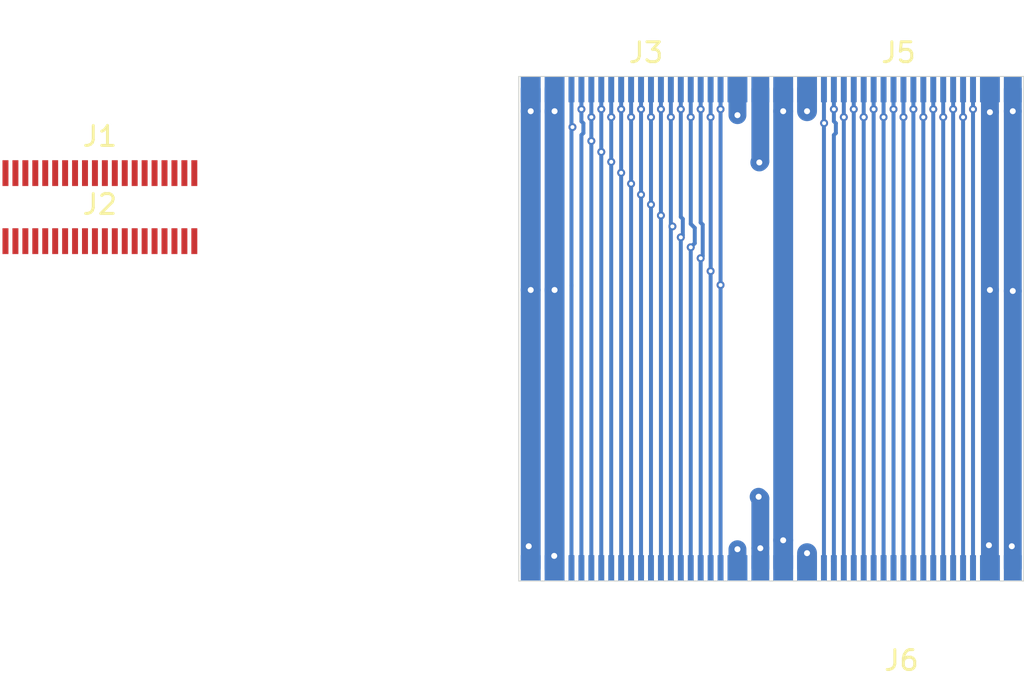
<source format=kicad_pcb>
(kicad_pcb (version 20241229) (generator "pcbnew") (generator_version "9.0")
  (layers (0 "F.Cu" signal) (4 "In1.Cu" signal) (6 "In2.Cu" signal) (2 "B.Cu" signal) (13 "F.Paste" user) (15 "B.Paste" user) (5 "F.SilkS" user "F.Silkscreen") (7 "B.SilkS" user "B.Silkscreen") (1 "F.Mask" user) (3 "B.Mask" user) (25 "Edge.Cuts" user))
  (net 0 "")
  (net 41 "GPIO_1")
  (net 42 "GND")
  (net 43 "5V0")
  (net 44 "I2C1_SCL")
  (net 45 "AUX_4")
  (net 46 "GPIO_3")
  (net 47 "SPI_SCK")
  (net 48 "SPI_MISO")
  (net 49 "GPIO_2")
  (net 50 "AUX_2")
  (net 51 "AUX_6")
  (net 52 "SPI_MOSI")
  (net 53 "GPIO_0")
  (net 54 "3V3")
  (net 55 "AUX_1")
  (net 56 "AUX_0")
  (net 57 "I2C1_SDA")
  (net 58 "AUX_3")
  (net 59 "AUX_5")
  (net 60 "SPI_CS0")
  (footprint "Library:ForgeLabs_Interconnect_WIIIIDE" (layer "F.Cu") (at 113.4 66.65)
    (property "Reference" "J3" (at 0 -2.85 180) (layer "F.SilkS"))
    (property "Value" "BOT1")
    (pad "1" smd rect (at -5.8 -1) (size 1 1.3) (layers "B.Cu" "B.Mask" "B.Paste") (net 42 "GND"))
    (pad "2" smd rect (at -4.6 -1) (size 1 1.3) (layers "B.Cu" "B.Mask" "B.Paste") (net 54 "3V3"))
    (pad "3" smd rect (at -3.75 -1) (size 0.3 1.3) (layers "B.Cu" "B.Mask" "B.Paste") (net 57 "I2C1_SDA"))
    (pad "4" smd rect (at -3.25 -1) (size 0.3 1.3) (layers "B.Cu" "B.Mask" "B.Paste") (net 44 "I2C1_SCL"))
    (pad "5" smd rect (at -2.75 -1) (size 0.3 1.3) (layers "B.Cu" "B.Mask" "B.Paste") (net 53 "GPIO_0"))
    (pad "6" smd rect (at -2.25 -1) (size 0.3 1.3) (layers "B.Cu" "B.Mask" "B.Paste") (net 41 "GPIO_1"))
    (pad "7" smd rect (at -1.75 -1) (size 0.3 1.3) (layers "B.Cu" "B.Mask" "B.Paste") (net 49 "GPIO_2"))
    (pad "8" smd rect (at -1.25 -1) (size 0.3 1.3) (layers "B.Cu" "B.Mask" "B.Paste") (net 46 "GPIO_3"))
    (pad "9" smd rect (at -0.75 -1) (size 0.3 1.3) (layers "B.Cu" "B.Mask" "B.Paste") (net 43 "5V0"))
    (pad "10" smd rect (at -0.25 -1) (size 0.3 1.3) (layers "B.Cu" "B.Mask" "B.Paste") (net 52 "SPI_MOSI"))
    (pad "11" smd rect (at 0.25 -1) (size 0.3 1.3) (layers "B.Cu" "B.Mask" "B.Paste") (net 48 "SPI_MISO"))
    (pad "12" smd rect (at 0.75 -1) (size 0.3 1.3) (layers "B.Cu" "B.Mask" "B.Paste") (net 47 "SPI_SCK"))
    (pad "13" smd rect (at 1.25 -1) (size 0.3 1.3) (layers "B.Cu" "B.Mask" "B.Paste") (net 60 "SPI_CS0"))
    (pad "14" smd rect (at 1.75 -1) (size 0.3 1.3) (layers "B.Cu" "B.Mask" "B.Paste") (net 56 "AUX_0"))
    (pad "15" smd rect (at 2.25 -1) (size 0.3 1.3) (layers "B.Cu" "B.Mask" "B.Paste") (net 55 "AUX_1"))
    (pad "16" smd rect (at 2.75 -1) (size 0.3 1.3) (layers "B.Cu" "B.Mask" "B.Paste") (net 50 "AUX_2"))
    (pad "17" smd rect (at 3.25 -1) (size 0.3 1.3) (layers "B.Cu" "B.Mask" "B.Paste") (net 58 "AUX_3"))
    (pad "18" smd rect (at 3.75 -1) (size 0.3 1.3) (layers "B.Cu" "B.Mask" "B.Paste") (net 45 "AUX_4"))
    (pad "19" smd rect (at 4.6 -1) (size 1 1.3) (layers "B.Cu" "B.Mask" "B.Paste") (net 59 "AUX_5"))
    (pad "20" smd rect (at 5.75 -1) (size 0.9 1.3) (layers "B.Cu" "B.Mask" "B.Paste") (net 51 "AUX_6"))
  )
  (footprint "Library:ForgeLabs_Interconnect_WIIIIDE" (layer "F.Cu") (at 113.4 90.75)
    (property "Reference" "J4" (hide yes))
    (property "Value" "BOT1" (hide yes))
    (pad "1" smd rect (at -5.8 -1) (size 1 1.3) (layers "B.Cu" "B.Mask" "B.Paste") (net 42 "GND"))
    (pad "2" smd rect (at -4.6 -1) (size 1 1.3) (layers "B.Cu" "B.Mask" "B.Paste") (net 54 "3V3"))
    (pad "3" smd rect (at -3.75 -1) (size 0.3 1.3) (layers "B.Cu" "B.Mask" "B.Paste") (net 57 "I2C1_SDA"))
    (pad "4" smd rect (at -3.25 -1) (size 0.3 1.3) (layers "B.Cu" "B.Mask" "B.Paste") (net 44 "I2C1_SCL"))
    (pad "5" smd rect (at -2.75 -1) (size 0.3 1.3) (layers "B.Cu" "B.Mask" "B.Paste") (net 53 "GPIO_0"))
    (pad "6" smd rect (at -2.25 -1) (size 0.3 1.3) (layers "B.Cu" "B.Mask" "B.Paste") (net 41 "GPIO_1"))
    (pad "7" smd rect (at -1.75 -1) (size 0.3 1.3) (layers "B.Cu" "B.Mask" "B.Paste") (net 49 "GPIO_2"))
    (pad "8" smd rect (at -1.25 -1) (size 0.3 1.3) (layers "B.Cu" "B.Mask" "B.Paste") (net 46 "GPIO_3"))
    (pad "9" smd rect (at -0.75 -1) (size 0.3 1.3) (layers "B.Cu" "B.Mask" "B.Paste") (net 43 "5V0"))
    (pad "10" smd rect (at -0.25 -1) (size 0.3 1.3) (layers "B.Cu" "B.Mask" "B.Paste") (net 52 "SPI_MOSI"))
    (pad "11" smd rect (at 0.25 -1) (size 0.3 1.3) (layers "B.Cu" "B.Mask" "B.Paste") (net 48 "SPI_MISO"))
    (pad "12" smd rect (at 0.75 -1) (size 0.3 1.3) (layers "B.Cu" "B.Mask" "B.Paste") (net 47 "SPI_SCK"))
    (pad "13" smd rect (at 1.25 -1) (size 0.3 1.3) (layers "B.Cu" "B.Mask" "B.Paste") (net 60 "SPI_CS0"))
    (pad "14" smd rect (at 1.75 -1) (size 0.3 1.3) (layers "B.Cu" "B.Mask" "B.Paste") (net 56 "AUX_0"))
    (pad "15" smd rect (at 2.25 -1) (size 0.3 1.3) (layers "B.Cu" "B.Mask" "B.Paste") (net 55 "AUX_1"))
    (pad "16" smd rect (at 2.75 -1) (size 0.3 1.3) (layers "B.Cu" "B.Mask" "B.Paste") (net 50 "AUX_2"))
    (pad "17" smd rect (at 3.25 -1) (size 0.3 1.3) (layers "B.Cu" "B.Mask" "B.Paste") (net 58 "AUX_3"))
    (pad "18" smd rect (at 3.75 -1) (size 0.3 1.3) (layers "B.Cu" "B.Mask" "B.Paste") (net 45 "AUX_4"))
    (pad "19" smd rect (at 4.6 -1) (size 1 1.3) (layers "B.Cu" "B.Mask" "B.Paste") (net 59 "AUX_5"))
    (pad "20" smd rect (at 5.75 -1) (size 0.9 1.3) (layers "B.Cu" "B.Mask" "B.Paste") (net 51 "AUX_6"))
  )
  (footprint "Library:ForgeLabs_Interconnect_TOP" (layer "F.Cu") (at 85.928 70.866)
    (property "Reference" "J1" (at 0 -2.85 180) (layer "F.SilkS"))
    (property "Value" "TOP1")
    (pad "1" smd rect (at -4.75 -1) (size 0.3 1.3) (layers "F.Cu" "F.Mask" "F.Paste"))
    (pad "2" smd rect (at -4.25 -1) (size 0.3 1.3) (layers "F.Cu" "F.Mask" "F.Paste"))
    (pad "3" smd rect (at -3.75 -1) (size 0.3 1.3) (layers "F.Cu" "F.Mask" "F.Paste"))
    (pad "4" smd rect (at -3.25 -1) (size 0.3 1.3) (layers "F.Cu" "F.Mask" "F.Paste"))
    (pad "5" smd rect (at -2.75 -1) (size 0.3 1.3) (layers "F.Cu" "F.Mask" "F.Paste"))
    (pad "6" smd rect (at -2.25 -1) (size 0.3 1.3) (layers "F.Cu" "F.Mask" "F.Paste"))
    (pad "7" smd rect (at -1.75 -1) (size 0.3 1.3) (layers "F.Cu" "F.Mask" "F.Paste"))
    (pad "8" smd rect (at -1.25 -1) (size 0.3 1.3) (layers "F.Cu" "F.Mask" "F.Paste"))
    (pad "9" smd rect (at -0.75 -1) (size 0.3 1.3) (layers "F.Cu" "F.Mask" "F.Paste"))
    (pad "10" smd rect (at -0.25 -1) (size 0.3 1.3) (layers "F.Cu" "F.Mask" "F.Paste"))
    (pad "11" smd rect (at 0.25 -1) (size 0.3 1.3) (layers "F.Cu" "F.Mask" "F.Paste"))
    (pad "12" smd rect (at 0.75 -1) (size 0.3 1.3) (layers "F.Cu" "F.Mask" "F.Paste"))
    (pad "13" smd rect (at 1.25 -1) (size 0.3 1.3) (layers "F.Cu" "F.Mask" "F.Paste"))
    (pad "14" smd rect (at 1.75 -1) (size 0.3 1.3) (layers "F.Cu" "F.Mask" "F.Paste"))
    (pad "15" smd rect (at 2.25 -1) (size 0.3 1.3) (layers "F.Cu" "F.Mask" "F.Paste"))
    (pad "16" smd rect (at 2.75 -1) (size 0.3 1.3) (layers "F.Cu" "F.Mask" "F.Paste"))
    (pad "17" smd rect (at 3.25 -1) (size 0.3 1.3) (layers "F.Cu" "F.Mask" "F.Paste"))
    (pad "18" smd rect (at 3.75 -1) (size 0.3 1.3) (layers "F.Cu" "F.Mask" "F.Paste"))
    (pad "19" smd rect (at 4.25 -1) (size 0.3 1.3) (layers "F.Cu" "F.Mask" "F.Paste"))
    (pad "20" smd rect (at 4.75 -1) (size 0.3 1.3) (layers "F.Cu" "F.Mask" "F.Paste"))
  )
  (footprint "Library:ForgeLabs_Interconnect_TOP" (layer "F.Cu") (at 85.928 74.291)
    (property "Reference" "J2" (at 0 -2.85 180) (layer "F.SilkS"))
    (property "Value" "TOP2")
    (pad "1" smd rect (at -4.75 -1) (size 0.3 1.3) (layers "F.Cu" "F.Mask" "F.Paste"))
    (pad "2" smd rect (at -4.25 -1) (size 0.3 1.3) (layers "F.Cu" "F.Mask" "F.Paste"))
    (pad "3" smd rect (at -3.75 -1) (size 0.3 1.3) (layers "F.Cu" "F.Mask" "F.Paste"))
    (pad "4" smd rect (at -3.25 -1) (size 0.3 1.3) (layers "F.Cu" "F.Mask" "F.Paste"))
    (pad "5" smd rect (at -2.75 -1) (size 0.3 1.3) (layers "F.Cu" "F.Mask" "F.Paste"))
    (pad "6" smd rect (at -2.25 -1) (size 0.3 1.3) (layers "F.Cu" "F.Mask" "F.Paste"))
    (pad "7" smd rect (at -1.75 -1) (size 0.3 1.3) (layers "F.Cu" "F.Mask" "F.Paste"))
    (pad "8" smd rect (at -1.25 -1) (size 0.3 1.3) (layers "F.Cu" "F.Mask" "F.Paste"))
    (pad "9" smd rect (at -0.75 -1) (size 0.3 1.3) (layers "F.Cu" "F.Mask" "F.Paste"))
    (pad "10" smd rect (at -0.25 -1) (size 0.3 1.3) (layers "F.Cu" "F.Mask" "F.Paste"))
    (pad "11" smd rect (at 0.25 -1) (size 0.3 1.3) (layers "F.Cu" "F.Mask" "F.Paste"))
    (pad "12" smd rect (at 0.75 -1) (size 0.3 1.3) (layers "F.Cu" "F.Mask" "F.Paste"))
    (pad "13" smd rect (at 1.25 -1) (size 0.3 1.3) (layers "F.Cu" "F.Mask" "F.Paste"))
    (pad "14" smd rect (at 1.75 -1) (size 0.3 1.3) (layers "F.Cu" "F.Mask" "F.Paste"))
    (pad "15" smd rect (at 2.25 -1) (size 0.3 1.3) (layers "F.Cu" "F.Mask" "F.Paste"))
    (pad "16" smd rect (at 2.75 -1) (size 0.3 1.3) (layers "F.Cu" "F.Mask" "F.Paste"))
    (pad "17" smd rect (at 3.25 -1) (size 0.3 1.3) (layers "F.Cu" "F.Mask" "F.Paste"))
    (pad "18" smd rect (at 3.75 -1) (size 0.3 1.3) (layers "F.Cu" "F.Mask" "F.Paste"))
    (pad "19" smd rect (at 4.25 -1) (size 0.3 1.3) (layers "F.Cu" "F.Mask" "F.Paste"))
    (pad "20" smd rect (at 4.75 -1) (size 0.3 1.3) (layers "F.Cu" "F.Mask" "F.Paste"))
  )
  (footprint "Library:ForgeLabs_Interconnect_WIIIIDE" (layer "F.Cu") (at 126.1 90.75)
    (property "Reference" "J6" (at 0.15 3.65 180) (layer "F.SilkS"))
    (property "Value" "BOT1")
    (pad "1" smd rect (at -5.8 -1) (size 1 1.3) (layers "B.Cu" "B.Mask" "B.Paste") (net 42 "GND"))
    (pad "2" smd rect (at -4.6 -1) (size 1 1.3) (layers "B.Cu" "B.Mask" "B.Paste") (net 54 "3V3"))
    (pad "3" smd rect (at -3.75 -1) (size 0.3 1.3) (layers "B.Cu" "B.Mask" "B.Paste") (net 57 "I2C1_SDA"))
    (pad "4" smd rect (at -3.25 -1) (size 0.3 1.3) (layers "B.Cu" "B.Mask" "B.Paste") (net 44 "I2C1_SCL"))
    (pad "5" smd rect (at -2.75 -1) (size 0.3 1.3) (layers "B.Cu" "B.Mask" "B.Paste") (net 53 "GPIO_0"))
    (pad "6" smd rect (at -2.25 -1) (size 0.3 1.3) (layers "B.Cu" "B.Mask" "B.Paste") (net 41 "GPIO_1"))
    (pad "7" smd rect (at -1.75 -1) (size 0.3 1.3) (layers "B.Cu" "B.Mask" "B.Paste") (net 49 "GPIO_2"))
    (pad "8" smd rect (at -1.25 -1) (size 0.3 1.3) (layers "B.Cu" "B.Mask" "B.Paste") (net 46 "GPIO_3"))
    (pad "9" smd rect (at -0.75 -1) (size 0.3 1.3) (layers "B.Cu" "B.Mask" "B.Paste") (net 43 "5V0"))
    (pad "10" smd rect (at -0.25 -1) (size 0.3 1.3) (layers "B.Cu" "B.Mask" "B.Paste") (net 52 "SPI_MOSI"))
    (pad "11" smd rect (at 0.25 -1) (size 0.3 1.3) (layers "B.Cu" "B.Mask" "B.Paste") (net 48 "SPI_MISO"))
    (pad "12" smd rect (at 0.75 -1) (size 0.3 1.3) (layers "B.Cu" "B.Mask" "B.Paste") (net 47 "SPI_SCK"))
    (pad "13" smd rect (at 1.25 -1) (size 0.3 1.3) (layers "B.Cu" "B.Mask" "B.Paste") (net 60 "SPI_CS0"))
    (pad "14" smd rect (at 1.75 -1) (size 0.3 1.3) (layers "B.Cu" "B.Mask" "B.Paste") (net 56 "AUX_0"))
    (pad "15" smd rect (at 2.25 -1) (size 0.3 1.3) (layers "B.Cu" "B.Mask" "B.Paste") (net 55 "AUX_1"))
    (pad "16" smd rect (at 2.75 -1) (size 0.3 1.3) (layers "B.Cu" "B.Mask" "B.Paste") (net 50 "AUX_2"))
    (pad "17" smd rect (at 3.25 -1) (size 0.3 1.3) (layers "B.Cu" "B.Mask" "B.Paste") (net 58 "AUX_3"))
    (pad "18" smd rect (at 3.75 -1) (size 0.3 1.3) (layers "B.Cu" "B.Mask" "B.Paste") (net 45 "AUX_4"))
    (pad "19" smd rect (at 4.6 -1) (size 1 1.3) (layers "B.Cu" "B.Mask" "B.Paste") (net 59 "AUX_5"))
    (pad "20" smd rect (at 5.75 -1) (size 0.9 1.3) (layers "B.Cu" "B.Mask" "B.Paste") (net 51 "AUX_6"))
  )
  (footprint "Library:ForgeLabs_Interconnect_WIIIIDE" (layer "F.Cu") (at 126.1 66.65)
    (property "Reference" "J5" (at 0 -2.85 180) (layer "F.SilkS"))
    (property "Value" "BOT1")
    (pad "1" smd rect (at -5.8 -1) (size 1 1.3) (layers "B.Cu" "B.Mask" "B.Paste") (net 42 "GND"))
    (pad "2" smd rect (at -4.6 -1) (size 1 1.3) (layers "B.Cu" "B.Mask" "B.Paste") (net 54 "3V3"))
    (pad "3" smd rect (at -3.75 -1) (size 0.3 1.3) (layers "B.Cu" "B.Mask" "B.Paste") (net 57 "I2C1_SDA"))
    (pad "4" smd rect (at -3.25 -1) (size 0.3 1.3) (layers "B.Cu" "B.Mask" "B.Paste") (net 44 "I2C1_SCL"))
    (pad "5" smd rect (at -2.75 -1) (size 0.3 1.3) (layers "B.Cu" "B.Mask" "B.Paste") (net 53 "GPIO_0"))
    (pad "6" smd rect (at -2.25 -1) (size 0.3 1.3) (layers "B.Cu" "B.Mask" "B.Paste") (net 41 "GPIO_1"))
    (pad "7" smd rect (at -1.75 -1) (size 0.3 1.3) (layers "B.Cu" "B.Mask" "B.Paste") (net 49 "GPIO_2"))
    (pad "8" smd rect (at -1.25 -1) (size 0.3 1.3) (layers "B.Cu" "B.Mask" "B.Paste") (net 46 "GPIO_3"))
    (pad "9" smd rect (at -0.75 -1) (size 0.3 1.3) (layers "B.Cu" "B.Mask" "B.Paste") (net 43 "5V0"))
    (pad "10" smd rect (at -0.25 -1) (size 0.3 1.3) (layers "B.Cu" "B.Mask" "B.Paste") (net 52 "SPI_MOSI"))
    (pad "11" smd rect (at 0.25 -1) (size 0.3 1.3) (layers "B.Cu" "B.Mask" "B.Paste") (net 48 "SPI_MISO"))
    (pad "12" smd rect (at 0.75 -1) (size 0.3 1.3) (layers "B.Cu" "B.Mask" "B.Paste") (net 47 "SPI_SCK"))
    (pad "13" smd rect (at 1.25 -1) (size 0.3 1.3) (layers "B.Cu" "B.Mask" "B.Paste") (net 60 "SPI_CS0"))
    (pad "14" smd rect (at 1.75 -1) (size 0.3 1.3) (layers "B.Cu" "B.Mask" "B.Paste") (net 56 "AUX_0"))
    (pad "15" smd rect (at 2.25 -1) (size 0.3 1.3) (layers "B.Cu" "B.Mask" "B.Paste") (net 55 "AUX_1"))
    (pad "16" smd rect (at 2.75 -1) (size 0.3 1.3) (layers "B.Cu" "B.Mask" "B.Paste") (net 50 "AUX_2"))
    (pad "17" smd rect (at 3.25 -1) (size 0.3 1.3) (layers "B.Cu" "B.Mask" "B.Paste") (net 58 "AUX_3"))
    (pad "18" smd rect (at 3.75 -1) (size 0.3 1.3) (layers "B.Cu" "B.Mask" "B.Paste") (net 45 "AUX_4"))
    (pad "19" smd rect (at 4.6 -1) (size 1 1.3) (layers "B.Cu" "B.Mask" "B.Paste") (net 59 "AUX_5"))
    (pad "20" smd rect (at 5.75 -1) (size 0.9 1.3) (layers "B.Cu" "B.Mask" "B.Paste") (net 51 "AUX_6"))
  )
  (gr_line (start 107 65) (end 132.4 65) (stroke (width 0.05)) (layer "Edge.Cuts"))
  (gr_line (start 107 90.4) (end 107 65) (stroke (width 0.05)) (layer "Edge.Cuts"))
  (gr_line (start 107 90.4) (end 132.4 90.4) (stroke (width 0.05)) (layer "Edge.Cuts"))
  (gr_line (start 132.4 90.4) (end 132.4 65) (stroke (width 0.05)) (layer "Edge.Cuts"))
  (via (at 111.15 66.65) (size 0.4) (drill 0.2) (layers "F.Cu" "B.Cu") (net 41))
  (via (at 111.15 68.8) (size 0.4) (drill 0.2) (layers "F.Cu" "B.Cu") (net 41))
  (via (at 123.85 66.65) (size 0.4) (drill 0.2) (layers "F.Cu" "B.Cu") (net 41))
  (segment (start 123.85 89.75) (end 123.85 66.65) (width 0.2) (layer "B.Cu") (net 41))
  (segment (start 111.15 89.75) (end 111.15 68.8) (width 0.2) (layer "B.Cu") (net 41))
  (segment (start 111.15 68.8) (end 111.15 66.65) (width 0.2) (layer "B.Cu") (net 41))
  (segment (start 111.15 66.65) (end 111.15 65.65) (width 0.2) (layer "B.Cu") (net 41))
  (segment (start 123.85 66.65) (end 123.85 65.65) (width 0.2) (layer "B.Cu") (net 41))
  (via (at 107.6 66.75) (size 0.6) (drill 0.3) (layers "F.Cu" "B.Cu") (net 42))
  (via (at 120.3 66.75) (size 0.6) (drill 0.3) (layers "F.Cu" "B.Cu") (net 42))
  (via (at 107.5 88.65) (size 0.6) (drill 0.3) (layers "F.Cu" "B.Cu") (net 42))
  (via (at 107.6 75.75) (size 0.6) (drill 0.3) (layers "F.Cu" "B.Cu") (net 42))
  (via (at 120.3 88.35) (size 0.6) (drill 0.3) (layers "F.Cu" "B.Cu") (net 42))
  (segment (start 120.3 88.35) (end 120.3 89.75) (width 1) (layer "B.Cu") (net 42))
  (segment (start 120.3 65.65) (end 120.3 66.75) (width 1) (layer "B.Cu") (net 42))
  (segment (start 107.6 66.75) (end 107.6 75.75) (width 1) (layer "B.Cu") (net 42))
  (segment (start 120.3 66.75) (end 120.3 88.35) (width 1) (layer "B.Cu") (net 42))
  (segment (start 107.6 89.75) (end 107.6 75.75) (width 1) (layer "B.Cu") (net 42))
  (segment (start 107.6 65.65) (end 107.6 66.75) (width 1) (layer "B.Cu") (net 42))
  (via (at 112.65 70.4) (size 0.4) (drill 0.2) (layers "F.Cu" "B.Cu") (net 43))
  (via (at 125.35 67.05) (size 0.4) (drill 0.2) (layers "F.Cu" "B.Cu") (net 43))
  (via (at 112.65 67.05) (size 0.4) (drill 0.2) (layers "F.Cu" "B.Cu") (net 43))
  (segment (start 125.35 67.05) (end 125.35 65.65) (width 0.2) (layer "B.Cu") (net 43))
  (segment (start 112.65 67.05) (end 112.65 70.4) (width 0.2) (layer "B.Cu") (net 43))
  (segment (start 125.35 89.75) (end 125.35 67.05) (width 0.2) (layer "B.Cu") (net 43))
  (segment (start 112.65 67.05) (end 112.65 65.65) (width 0.2) (layer "B.Cu") (net 43))
  (segment (start 112.65 70.4) (end 112.65 89.75) (width 0.2) (layer "B.Cu") (net 43))
  (via (at 122.85 66.65) (size 0.4) (drill 0.2) (layers "F.Cu" "B.Cu") (net 44))
  (via (at 110.15 66.65) (size 0.4) (drill 0.2) (layers "F.Cu" "B.Cu") (net 44))
  (segment (start 122.85 67.95) (end 122.85 89.75) (width 0.2) (layer "B.Cu") (net 44))
  (segment (start 110.15 66.65) (end 110.15 65.65) (width 0.2) (layer "B.Cu") (net 44))
  (segment (start 122.95 67.85) (end 122.85 67.95) (width 0.2) (layer "B.Cu") (net 44))
  (segment (start 110.15 89.75) (end 110.15 89.45) (width 0.2) (layer "B.Cu") (net 44))
  (segment (start 122.95 67.357107) (end 122.95 67.85) (width 0.2) (layer "B.Cu") (net 44))
  (segment (start 110.25 67.85) (end 110.15 67.95) (width 0.2) (layer "B.Cu") (net 44))
  (segment (start 122.85 67.257107) (end 122.95 67.357107) (width 0.2) (layer "B.Cu") (net 44))
  (segment (start 110.15 67.95) (end 110.15 89.75) (width 0.2) (layer "B.Cu") (net 44))
  (segment (start 122.85 66.65) (end 122.85 65.65) (width 0.2) (layer "B.Cu") (net 44))
  (segment (start 110.25 67.357107) (end 110.25 67.85) (width 0.2) (layer "B.Cu") (net 44))
  (segment (start 122.85 89.45) (end 122.8 89.4) (width 0.2) (layer "B.Cu") (net 44))
  (segment (start 110.15 89.45) (end 110.1 89.4) (width 0.2) (layer "B.Cu") (net 44))
  (segment (start 110.15 67.257107) (end 110.25 67.357107) (width 0.2) (layer "B.Cu") (net 44))
  (segment (start 122.85 66.65) (end 122.85 67.257107) (width 0.2) (layer "B.Cu") (net 44))
  (segment (start 110.15 66.65) (end 110.15 67.257107) (width 0.2) (layer "B.Cu") (net 44))
  (segment (start 122.85 89.75) (end 122.85 89.45) (width 0.2) (layer "B.Cu") (net 44))
  (via (at 129.85 66.65) (size 0.4) (drill 0.2) (layers "F.Cu" "B.Cu") (net 45))
  (via (at 117.15 66.65) (size 0.4) (drill 0.2) (layers "F.Cu" "B.Cu") (net 45))
  (via (at 117.15 75.5) (size 0.4) (drill 0.2) (layers "F.Cu" "B.Cu") (net 45))
  (segment (start 117.15 66.65) (end 117.15 75.5) (width 0.2) (layer "B.Cu") (net 45))
  (segment (start 129.85 65.65) (end 129.85 66.65) (width 0.2) (layer "B.Cu") (net 45))
  (segment (start 117.15 65.65) (end 117.15 66.65) (width 0.2) (layer "B.Cu") (net 45))
  (segment (start 129.85 89.75) (end 129.85 66.65) (width 0.2) (layer "B.Cu") (net 45))
  (segment (start 117.15 75.5) (end 117.15 89.75) (width 0.2) (layer "B.Cu") (net 45))
  (via (at 124.85 66.65) (size 0.4) (drill 0.2) (layers "F.Cu" "B.Cu") (net 46))
  (via (at 112.15 69.85) (size 0.4) (drill 0.2) (layers "F.Cu" "B.Cu") (net 46))
  (via (at 112.15 66.65) (size 0.4) (drill 0.2) (layers "F.Cu" "B.Cu") (net 46))
  (segment (start 112.15 69.85) (end 112.15 89.75) (width 0.2) (layer "B.Cu") (net 46))
  (segment (start 112.15 66.65) (end 112.15 69.85) (width 0.2) (layer "B.Cu") (net 46))
  (segment (start 124.85 89.75) (end 124.85 66.65) (width 0.2) (layer "B.Cu") (net 46))
  (segment (start 124.85 66.65) (end 124.85 65.65) (width 0.2) (layer "B.Cu") (net 46))
  (segment (start 112.15 66.65) (end 112.15 65.65) (width 0.2) (layer "B.Cu") (net 46))
  (via (at 126.85 66.65) (size 0.4) (drill 0.2) (layers "F.Cu" "B.Cu") (net 47))
  (via (at 114.15 66.65) (size 0.4) (drill 0.2) (layers "F.Cu" "B.Cu") (net 47))
  (via (at 114.15 72) (size 0.4) (drill 0.2) (layers "F.Cu" "B.Cu") (net 47))
  (segment (start 114.15 66.65) (end 114.15 72) (width 0.2) (layer "B.Cu") (net 47))
  (segment (start 126.85 65.65) (end 126.85 66.65) (width 0.2) (layer "B.Cu") (net 47))
  (segment (start 114.15 65.65) (end 114.15 66.65) (width 0.2) (layer "B.Cu") (net 47))
  (segment (start 114.15 72) (end 114.15 89.75) (width 0.2) (layer "B.Cu") (net 47))
  (segment (start 126.85 89.75) (end 126.85 66.65) (width 0.2) (layer "B.Cu") (net 47))
  (via (at 126.35 67.05) (size 0.4) (drill 0.2) (layers "F.Cu" "B.Cu") (net 48))
  (via (at 113.65 71.45) (size 0.4) (drill 0.2) (layers "F.Cu" "B.Cu") (net 48))
  (via (at 113.65 67.05) (size 0.4) (drill 0.2) (layers "F.Cu" "B.Cu") (net 48))
  (segment (start 113.65 67.05) (end 113.65 65.65) (width 0.2) (layer "B.Cu") (net 48))
  (segment (start 126.35 67.05) (end 126.35 65.65) (width 0.2) (layer "B.Cu") (net 48))
  (segment (start 126.35 89.75) (end 126.35 67.05) (width 0.2) (layer "B.Cu") (net 48))
  (segment (start 113.65 71.45) (end 113.65 67.05) (width 0.2) (layer "B.Cu") (net 48))
  (segment (start 113.65 89.75) (end 113.65 71.45) (width 0.2) (layer "B.Cu") (net 48))
  (via (at 111.65 67.05) (size 0.4) (drill 0.2) (layers "F.Cu" "B.Cu") (net 49))
  (via (at 124.35 67.05) (size 0.4) (drill 0.2) (layers "F.Cu" "B.Cu") (net 49))
  (via (at 124.35 67.05) (size 0.4) (drill 0.2) (layers "F.Cu" "B.Cu") (net 49))
  (via (at 111.65 67.05) (size 0.4) (drill 0.2) (layers "F.Cu" "B.Cu") (net 49))
  (via (at 111.65 69.3) (size 0.4) (drill 0.2) (layers "F.Cu" "B.Cu") (net 49))
  (segment (start 124.35 89.75) (end 124.35 67.05) (width 0.2) (layer "B.Cu") (net 49))
  (segment (start 111.65 65.65) (end 111.65 67.05) (width 0.2) (layer "B.Cu") (net 49))
  (segment (start 111.65 89.75) (end 111.65 69.3) (width 0.2) (layer "B.Cu") (net 49))
  (segment (start 111.65 69.3) (end 111.65 67.05) (width 0.2) (layer "B.Cu") (net 49))
  (segment (start 124.35 65.65) (end 124.35 67.05) (width 0.2) (layer "B.Cu") (net 49))
  (via (at 116.15 66.65) (size 0.4) (drill 0.2) (layers "F.Cu" "B.Cu") (net 50))
  (via (at 128.85 66.65) (size 0.4) (drill 0.2) (layers "F.Cu" "B.Cu") (net 50))
  (via (at 116.15 74.15) (size 0.4) (drill 0.2) (layers "F.Cu" "B.Cu") (net 50))
  (segment (start 116.15 65.65) (end 116.15 66.65) (width 0.2) (layer "B.Cu") (net 50))
  (segment (start 116.252478 74.047522) (end 116.15 74.15) (width 0.2) (layer "B.Cu") (net 50))
  (segment (start 116.15 74.15) (end 116.15 89.75) (width 0.2) (layer "B.Cu") (net 50))
  (segment (start 116.252478 72.460564) (end 116.252478 74.047522) (width 0.2) (layer "B.Cu") (net 50))
  (segment (start 128.85 65.65) (end 128.85 66.65) (width 0.2) (layer "B.Cu") (net 50))
  (segment (start 116.15 72.358087) (end 116.252478 72.460564) (width 0.2) (layer "B.Cu") (net 50))
  (segment (start 116.15 66.65) (end 116.15 72.358087) (width 0.2) (layer "B.Cu") (net 50))
  (segment (start 128.85 89.75) (end 128.85 66.65) (width 0.2) (layer "B.Cu") (net 50))
  (via (at 131.85 66.75) (size 0.6) (drill 0.3) (layers "F.Cu" "B.Cu") (net 51))
  (via (at 119.1 69.330092) (size 0.6) (drill 0.3) (layers "F.Cu" "B.Cu") (net 51))
  (via (at 119.15 88.75) (size 0.6) (drill 0.3) (layers "F.Cu" "B.Cu") (net 51))
  (via (at 131.85 75.8) (size 0.6) (drill 0.3) (layers "F.Cu" "B.Cu") (net 51))
  (via (at 119.065334 86.159286) (size 0.6) (drill 0.3) (layers "F.Cu" "B.Cu") (net 51))
  (via (at 131.8 88.65) (size 0.6) (drill 0.3) (layers "F.Cu" "B.Cu") (net 51))
  (segment (start 131.85 89.75) (end 131.85 75.8) (width 0.9) (layer "B.Cu") (net 51))
  (segment (start 119.15 88.75) (end 119.15 86.243952) (width 0.9) (layer "B.Cu") (net 51))
  (segment (start 119.15 86.243952) (end 119.065334 86.159286) (width 0.9) (layer "B.Cu") (net 51))
  (segment (start 119.15 65.65) (end 119.15 69.280092) (width 0.9) (layer "B.Cu") (net 51))
  (segment (start 131.85 66.75) (end 131.85 65.65) (width 0.9) (layer "B.Cu") (net 51))
  (segment (start 131.85 75.8) (end 131.85 66.75) (width 0.9) (layer "B.Cu") (net 51))
  (segment (start 119.15 69.280092) (end 119.1 69.330092) (width 0.9) (layer "B.Cu") (net 51))
  (segment (start 119.15 89.75) (end 119.15 88.75) (width 0.9) (layer "B.Cu") (net 51))
  (via (at 113.15 66.65) (size 0.4) (drill 0.2) (layers "F.Cu" "B.Cu") (net 52))
  (via (at 113.15 70.95) (size 0.4) (drill 0.2) (layers "F.Cu" "B.Cu") (net 52))
  (via (at 125.85 66.65) (size 0.4) (drill 0.2) (layers "F.Cu" "B.Cu") (net 52))
  (segment (start 125.85 65.65) (end 125.85 66.65) (width 0.2) (layer "B.Cu") (net 52))
  (segment (start 113.15 66.65) (end 113.15 70.95) (width 0.2) (layer "B.Cu") (net 52))
  (segment (start 125.85 89.75) (end 125.85 66.65) (width 0.2) (layer "B.Cu") (net 52))
  (segment (start 113.15 65.65) (end 113.15 66.65) (width 0.2) (layer "B.Cu") (net 52))
  (segment (start 113.15 70.95) (end 113.15 89.75) (width 0.2) (layer "B.Cu") (net 52))
  (via (at 123.35 67.05) (size 0.4) (drill 0.2) (layers "F.Cu" "B.Cu") (net 53))
  (via (at 110.65 68.25) (size 0.4) (drill 0.2) (layers "F.Cu" "B.Cu") (net 53))
  (via (at 110.65 67.05) (size 0.4) (drill 0.2) (layers "F.Cu" "B.Cu") (net 53))
  (segment (start 110.65 65.65) (end 110.65 67.05) (width 0.2) (layer "B.Cu") (net 53))
  (segment (start 123.35 89.75) (end 123.35 67.05) (width 0.2) (layer "B.Cu") (net 53))
  (segment (start 123.35 65.65) (end 123.35 67.05) (width 0.2) (layer "B.Cu") (net 53))
  (segment (start 110.65 68.25) (end 110.65 67.05) (width 0.2) (layer "B.Cu") (net 53))
  (segment (start 110.65 89.75) (end 110.65 68.25) (width 0.2) (layer "B.Cu") (net 53))
  (via (at 121.5 66.75) (size 0.6) (drill 0.3) (layers "F.Cu" "B.Cu") (net 54))
  (via (at 121.5 88.999) (size 0.6) (drill 0.3) (layers "F.Cu" "B.Cu") (net 54))
  (via (at 108.8 66.75) (size 0.6) (drill 0.3) (layers "F.Cu" "B.Cu") (net 54))
  (via (at 108.781579 89.136188) (size 0.6) (drill 0.3) (layers "F.Cu" "B.Cu") (net 54))
  (via (at 108.8 75.75) (size 0.6) (drill 0.3) (layers "F.Cu" "B.Cu") (net 54))
  (segment (start 121.5 65.65) (end 121.5 66.75) (width 1) (layer "B.Cu") (net 54))
  (segment (start 108.8 66.75) (end 108.8 75.75) (width 1) (layer "B.Cu") (net 54))
  (segment (start 108.8 89.75) (end 108.8 75.75) (width 1) (layer "B.Cu") (net 54))
  (segment (start 121.5 88.999) (end 121.5 89.75) (width 1) (layer "B.Cu") (net 54))
  (segment (start 108.8 65.65) (end 108.8 66.75) (width 1) (layer "B.Cu") (net 54))
  (via (at 128.35 67.05) (size 0.4) (drill 0.2) (layers "F.Cu" "B.Cu") (net 55))
  (via (at 115.65 67.05) (size 0.4) (drill 0.2) (layers "F.Cu" "B.Cu") (net 55))
  (via (at 115.65 73.6) (size 0.4) (drill 0.2) (layers "F.Cu" "B.Cu") (net 55))
  (segment (start 115.651335 67.051335) (end 115.651335 72.425107) (width 0.2) (layer "B.Cu") (net 55))
  (segment (start 115.852478 72.62625) (end 115.852478 73.397522) (width 0.2) (layer "B.Cu") (net 55))
  (segment (start 115.65 67.05) (end 115.65 65.65) (width 0.2) (layer "B.Cu") (net 55))
  (segment (start 128.35 89.75) (end 128.35 67.05) (width 0.2) (layer "B.Cu") (net 55))
  (segment (start 115.651335 72.425107) (end 115.852478 72.62625) (width 0.2) (layer "B.Cu") (net 55))
  (segment (start 115.65 67.05) (end 115.651335 67.051335) (width 0.2) (layer "B.Cu") (net 55))
  (segment (start 115.852478 73.397522) (end 115.65 73.6) (width 0.2) (layer "B.Cu") (net 55))
  (segment (start 115.65 73.6) (end 115.65 89.75) (width 0.2) (layer "B.Cu") (net 55))
  (segment (start 128.35 67.05) (end 128.35 65.65) (width 0.2) (layer "B.Cu") (net 55))
  (via (at 115.15 73.1) (size 0.4) (drill 0.2) (layers "F.Cu" "B.Cu") (net 56))
  (via (at 115.15 66.65) (size 0.4) (drill 0.2) (layers "F.Cu" "B.Cu") (net 56))
  (via (at 127.85 66.65) (size 0.4) (drill 0.2) (layers "F.Cu" "B.Cu") (net 56))
  (segment (start 115.15 72.072182) (end 115.251335 72.173517) (width 0.2) (layer "B.Cu") (net 56))
  (segment (start 115.251335 72.998665) (end 115.15 73.1) (width 0.2) (layer "B.Cu") (net 56))
  (segment (start 115.15 89.75) (end 115.15 73.1) (width 0.2) (layer "B.Cu") (net 56))
  (segment (start 115.15 66.65) (end 115.15 72.072182) (width 0.2) (layer "B.Cu") (net 56))
  (segment (start 127.85 65.65) (end 127.85 66.65) (width 0.2) (layer "B.Cu") (net 56))
  (segment (start 115.15 65.65) (end 115.15 66.65) (width 0.2) (layer "B.Cu") (net 56))
  (segment (start 127.85 89.75) (end 127.85 66.65) (width 0.2) (layer "B.Cu") (net 56))
  (segment (start 115.251335 72.173517) (end 115.251335 72.998665) (width 0.2) (layer "B.Cu") (net 56))
  (via (at 109.7 67.55) (size 0.4) (drill 0.2) (layers "F.Cu" "B.Cu") (net 57))
  (via (at 122.358439 67.35) (size 0.4) (drill 0.2) (layers "F.Cu" "B.Cu") (net 57))
  (segment (start 109.65 75.5) (end 109.65 75.55) (width 0.2) (layer "B.Cu") (net 57))
  (segment (start 122.358439 67.352099) (end 122.35 67.360538) (width 0.2) (layer "B.Cu") (net 57))
  (segment (start 122.35 67.360538) (end 122.35 89.75) (width 0.2) (layer "B.Cu") (net 57))
  (segment (start 122.358439 67.274439) (end 122.35 67.266) (width 0.2) (layer "B.Cu") (net 57))
  (segment (start 122.358439 67.35) (end 122.358439 67.352099) (width 0.2) (layer "B.Cu") (net 57))
  (segment (start 109.65 89.75) (end 109.65 75.5) (width 0.2) (layer "B.Cu") (net 57))
  (segment (start 122.358439 67.35) (end 122.358439 67.274439) (width 0.2) (layer "B.Cu") (net 57))
  (segment (start 109.65 67.5) (end 109.7 67.55) (width 0.2) (layer "B.Cu") (net 57))
  (segment (start 109.65 65.65) (end 109.65 67.5) (width 0.2) (layer "B.Cu") (net 57))
  (segment (start 122.35 67.266) (end 122.35 65.65) (width 0.2) (layer "B.Cu") (net 57))
  (segment (start 109.65 75.5) (end 109.65 67.6) (width 0.2) (layer "B.Cu") (net 57))
  (segment (start 109.65 67.6) (end 109.7 67.55) (width 0.2) (layer "B.Cu") (net 57))
  (via (at 116.65 74.8) (size 0.4) (drill 0.2) (layers "F.Cu" "B.Cu") (net 58))
  (via (at 129.35 67.05) (size 0.4) (drill 0.2) (layers "F.Cu" "B.Cu") (net 58))
  (via (at 116.65 67.05) (size 0.4) (drill 0.2) (layers "F.Cu" "B.Cu") (net 58))
  (segment (start 129.35 89.75) (end 129.35 67.05) (width 0.2) (layer "B.Cu") (net 58))
  (segment (start 116.652478 67.052478) (end 116.652478 74.797522) (width 0.2) (layer "B.Cu") (net 58))
  (segment (start 116.652478 74.797522) (end 116.65 74.8) (width 0.2) (layer "B.Cu") (net 58))
  (segment (start 116.65 67.05) (end 116.65 65.65) (width 0.2) (layer "B.Cu") (net 58))
  (segment (start 116.65 67.05) (end 116.652478 67.052478) (width 0.2) (layer "B.Cu") (net 58))
  (segment (start 116.65 74.8) (end 116.65 89.75) (width 0.2) (layer "B.Cu") (net 58))
  (segment (start 129.35 67.05) (end 129.35 65.65) (width 0.2) (layer "B.Cu") (net 58))
  (via (at 130.7 75.75) (size 0.6) (drill 0.3) (layers "F.Cu" "B.Cu") (net 59))
  (via (at 130.65 88.6) (size 0.6) (drill 0.3) (layers "F.Cu" "B.Cu") (net 59))
  (via (at 118 66.949) (size 0.6) (drill 0.3) (layers "F.Cu" "B.Cu") (net 59))
  (via (at 130.7 66.8) (size 0.6) (drill 0.3) (layers "F.Cu" "B.Cu") (net 59))
  (via (at 118 88.8) (size 0.6) (drill 0.3) (layers "F.Cu" "B.Cu") (net 59))
  (segment (start 130.7 66.8) (end 130.7 75.75) (width 0.9) (layer "B.Cu") (net 59))
  (segment (start 118 66.949) (end 118 65.65) (width 0.9) (layer "B.Cu") (net 59))
  (segment (start 130.7 65.65) (end 130.7 66.8) (width 0.9) (layer "B.Cu") (net 59))
  (segment (start 130.7 89.75) (end 130.7 75.75) (width 0.9) (layer "B.Cu") (net 59))
  (segment (start 118 89.75) (end 118 88.8) (width 0.9) (layer "B.Cu") (net 59))
  (via (at 114.65 67.05) (size 0.4) (drill 0.2) (layers "F.Cu" "B.Cu") (net 60))
  (via (at 127.35 67.05) (size 0.4) (drill 0.2) (layers "F.Cu" "B.Cu") (net 60))
  (via (at 114.727982 72.55) (size 0.4) (drill 0.2) (layers "F.Cu" "B.Cu") (net 60))
  (segment (start 114.65 67.05) (end 114.65 72.472018) (width 0.2) (layer "B.Cu") (net 60))
  (segment (start 114.65 72.472018) (end 114.727982 72.55) (width 0.2) (layer "B.Cu") (net 60))
  (segment (start 127.35 67.05) (end 127.35 65.65) (width 0.2) (layer "B.Cu") (net 60))
  (segment (start 114.65 89.75) (end 114.65 72.627982) (width 0.2) (layer "B.Cu") (net 60))
  (segment (start 114.65 67.05) (end 114.65 65.65) (width 0.2) (layer "B.Cu") (net 60))
  (segment (start 114.65 72.627982) (end 114.727982 72.55) (width 0.2) (layer "B.Cu") (net 60))
  (segment (start 127.35 89.75) (end 127.35 67.05) (width 0.2) (layer "B.Cu") (net 60))
)
</source>
